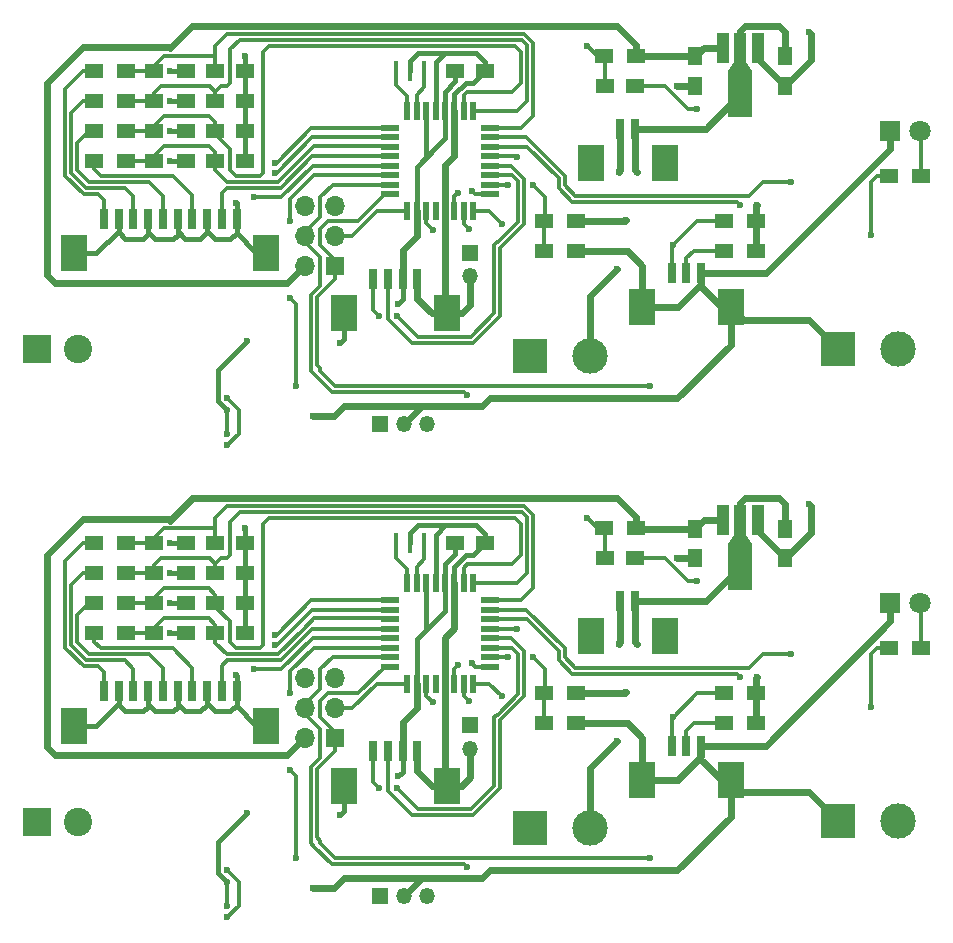
<source format=gtl>
%MOIN*%
%OFA0B0*%
%FSLAX46Y46*%
%IPPOS*%
%LPD*%
%ADD10C,0.0039370078740157488*%
%ADD11R,0.053149606299212608X0.053149606299212608*%
%ADD12O,0.053149606299212608X0.053149606299212608*%
%ADD13R,0.11811023622047245X0.11811023622047245*%
%ADD14C,0.11811023622047245*%
%ADD15R,0.094488188976377951X0.094488188976377951*%
%ADD16C,0.094488188976377951*%
%ADD17R,0.062992125984251982X0.062992125984251982*%
%ADD18O,0.066929133858267723X0.066929133858267723*%
%ADD19R,0.049212598425196853X0.059055118110236227*%
%ADD20R,0.059055118110236227X0.049212598425196853*%
%ADD21R,0.059055118110236227X0.051181102362204731*%
%ADD22R,0.03937007874015748X0.0984251968503937*%
%ADD23R,0.07874015748031496X0.15748031496062992*%
%ADD24R,0.021653543307086617X0.062992125984251982*%
%ADD25R,0.062992125984251982X0.021653543307086617*%
%ADD26R,0.015748031496062995X0.070866141732283464*%
%ADD27R,0.031496062992125991X0.066929133858267723*%
%ADD28R,0.086614173228346469X0.12204724409448819*%
%ADD29R,0.070866141732283464X0.070866141732283464*%
%ADD30C,0.070866141732283464*%
%ADD31C,0.023622047244094488*%
%ADD32C,0.012000000000000002*%
%ADD33C,0.024000000000000004*%
%ADD34C,0.016*%
%ADD45C,0.0039370078740157488*%
%ADD46R,0.053149606299212608X0.053149606299212608*%
%ADD47O,0.053149606299212608X0.053149606299212608*%
%ADD48R,0.11811023622047245X0.11811023622047245*%
%ADD49C,0.11811023622047245*%
%ADD50R,0.094488188976377951X0.094488188976377951*%
%ADD51C,0.094488188976377951*%
%ADD52R,0.062992125984251982X0.062992125984251982*%
%ADD53O,0.066929133858267723X0.066929133858267723*%
%ADD54R,0.049212598425196853X0.059055118110236227*%
%ADD55R,0.059055118110236227X0.049212598425196853*%
%ADD56R,0.059055118110236227X0.051181102362204731*%
%ADD57R,0.03937007874015748X0.0984251968503937*%
%ADD58R,0.07874015748031496X0.15748031496062992*%
%ADD59R,0.021653543307086617X0.062992125984251982*%
%ADD60R,0.062992125984251982X0.021653543307086617*%
%ADD61R,0.015748031496062995X0.070866141732283464*%
%ADD62R,0.031496062992125991X0.066929133858267723*%
%ADD63R,0.086614173228346469X0.12204724409448819*%
%ADD64R,0.070866141732283464X0.070866141732283464*%
%ADD65C,0.070866141732283464*%
%ADD66C,0.023622047244094488*%
%ADD67C,0.012000000000000002*%
%ADD68C,0.024000000000000004*%
%ADD69C,0.016*%
%LPD*%
G01*
D10*
D11*
X-0005157401Y0004896259D02*
X0001262598Y0000146259D03*
D12*
X0001341338Y0000146259D03*
X0001420078Y0000146259D03*
D13*
X0001762598Y0000371259D03*
D14*
X0001962598Y0000371259D03*
D15*
X0000118110Y0000393700D03*
D16*
X0000255905Y0000393700D03*
D17*
X0001112598Y0000671259D03*
D18*
X0001012598Y0000671259D03*
X0001112598Y0000771259D03*
X0001012598Y0000771259D03*
X0001112598Y0000871259D03*
X0001012598Y0000871259D03*
D11*
X0001562598Y0000716259D03*
D12*
X0001562598Y0000637519D03*
D13*
X0002787598Y0000396259D03*
D14*
X0002987598Y0000396259D03*
D19*
X0002612598Y0001370472D03*
X0002612598Y0001272047D03*
X0002312598Y0001370472D03*
X0002312598Y0001272047D03*
D20*
X0001513385Y0001321259D03*
X0001611810Y0001321259D03*
X0000713385Y0001321259D03*
X0000811810Y0001321259D03*
X0000713385Y0001221259D03*
X0000811810Y0001221259D03*
X0000713385Y0001021259D03*
X0000811810Y0001021259D03*
X0002111810Y0001271259D03*
X0002013385Y0001271259D03*
X0000713385Y0001121259D03*
X0000811810Y0001121259D03*
D21*
X0002959448Y0000971259D03*
X0003065747Y0000971259D03*
X0000509448Y0001321259D03*
X0000615747Y0001321259D03*
X0000309448Y0001321259D03*
X0000415747Y0001321259D03*
X0000509448Y0001221259D03*
X0000615747Y0001221259D03*
X0000309448Y0001221259D03*
X0000415747Y0001221259D03*
X0001809448Y0000821259D03*
X0001915747Y0000821259D03*
X0000509448Y0001021259D03*
X0000615747Y0001021259D03*
X0000309448Y0001021259D03*
X0000415747Y0001021259D03*
X0001809448Y0000721259D03*
X0001915747Y0000721259D03*
X0002009448Y0001371259D03*
X0002115747Y0001371259D03*
X0000309448Y0001121259D03*
X0000415747Y0001121259D03*
X0000509448Y0001121259D03*
X0000615747Y0001121259D03*
X0002515747Y0000821259D03*
X0002409448Y0000821259D03*
X0002515747Y0000721259D03*
X0002409448Y0000721259D03*
D22*
X0002521653Y0001399212D03*
X0002462598Y0001399212D03*
X0002403543Y0001399212D03*
D23*
X0002462598Y0001243306D03*
D10*
G36*
X0002423228Y0001321062D02*
X0002442913Y0001350590D01*
X0002482283Y0001350590D01*
X0002501968Y0001321062D01*
X0002423228Y0001321062D01*
X0002423228Y0001321062D01*
G37*
D24*
X0001572834Y0001188582D03*
X0001541338Y0001188582D03*
X0001509842Y0001188582D03*
X0001478346Y0001188582D03*
X0001446850Y0001188582D03*
X0001415354Y0001188582D03*
X0001383858Y0001188582D03*
X0001352362Y0001188582D03*
D25*
X0001295275Y0001131495D03*
X0001295275Y0001099999D03*
X0001295275Y0001068503D03*
X0001295275Y0001037007D03*
X0001295275Y0001005511D03*
X0001295275Y0000974015D03*
X0001295275Y0000942519D03*
X0001295275Y0000911023D03*
D24*
X0001352362Y0000853936D03*
X0001383858Y0000853936D03*
X0001415354Y0000853936D03*
X0001446850Y0000853936D03*
X0001478346Y0000853936D03*
X0001509842Y0000853936D03*
X0001541338Y0000853936D03*
X0001572834Y0000853936D03*
D25*
X0001629921Y0000911023D03*
X0001629921Y0000942519D03*
X0001629921Y0000974015D03*
X0001629921Y0001005511D03*
X0001629921Y0001037007D03*
X0001629921Y0001068503D03*
X0001629921Y0001099999D03*
X0001629921Y0001131495D03*
D26*
X0001315354Y0001321259D03*
X0001362598Y0001321259D03*
X0001409842Y0001321259D03*
D27*
X0001238779Y0000628346D03*
X0001287992Y0000628346D03*
X0001337204Y0000628346D03*
X0001386417Y0000628346D03*
D28*
X0001140354Y0000514173D03*
X0001484842Y0000514173D03*
D27*
X0002062992Y0001128346D03*
X0002112204Y0001128346D03*
D28*
X0001964566Y0001014173D03*
X0002210629Y0001014173D03*
D27*
X0002234251Y0000647637D03*
X0002283464Y0000647637D03*
X0002332677Y0000647637D03*
D28*
X0002135826Y0000533464D03*
X0002431102Y0000533464D03*
D27*
X0000341141Y0000828346D03*
X0000390354Y0000828346D03*
X0000439566Y0000828346D03*
X0000488779Y0000828346D03*
X0000537992Y0000828346D03*
X0000587204Y0000828346D03*
X0000636417Y0000828346D03*
X0000685629Y0000828346D03*
X0000734842Y0000828346D03*
X0000784055Y0000828346D03*
D28*
X0000242716Y0000714173D03*
X0000882480Y0000714173D03*
D29*
X0002962598Y0001121259D03*
D30*
X0003062598Y0001121259D03*
D31*
X0001952598Y0001406259D03*
X0001717598Y0001036259D03*
X0001037598Y0000171259D03*
X0002692598Y0001451259D03*
X0001127598Y0000416259D03*
X0002252598Y0001271259D03*
X0000782598Y0000881259D03*
X0000812598Y0001371259D03*
X0001557598Y0000796259D03*
X0002237598Y0000741259D03*
X0001667598Y0000811259D03*
X0001567598Y0000921259D03*
X0001772598Y0000941259D03*
X0001687598Y0000941259D03*
X0001257598Y0000506259D03*
X0001317598Y0000506259D03*
X0000842598Y0000901259D03*
X0000912598Y0000981259D03*
X0000752598Y0000231259D03*
X0000752598Y0000076259D03*
X0000817598Y0000421259D03*
X0000912598Y0001016259D03*
X0000752598Y0000111259D03*
X0000752598Y0000191259D03*
X0002897598Y0000776259D03*
X0002162598Y0000271259D03*
X0002237598Y0001370472D03*
X0001322598Y0000546259D03*
X0002517598Y0000876259D03*
X0000562598Y0001401259D03*
X0000562598Y0001321259D03*
X0000562598Y0001221259D03*
X0000562598Y0001121259D03*
X0000562598Y0001021259D03*
X0001552598Y0000241259D03*
X0000962598Y0000566259D03*
X0000962598Y0000821259D03*
X0000982598Y0000271259D03*
X0002462598Y0000876259D03*
X0002632598Y0000951259D03*
X0002117598Y0000986259D03*
X0002082598Y0000826259D03*
X0002317598Y0001196259D03*
X0002057598Y0000986259D03*
X0002052598Y0000661259D03*
X0001437598Y0000791259D03*
X0001522598Y0000916259D03*
D32*
X0001952598Y0001406259D02*
X0001987598Y0001371259D01*
X0001987598Y0001371259D02*
X0002009448Y0001371259D01*
X0002013385Y0001271259D02*
X0002013385Y0001367322D01*
X0002013385Y0001367322D02*
X0002009448Y0001371259D01*
X0001629921Y0001037007D02*
X0001716850Y0001037007D01*
X0001716850Y0001037007D02*
X0001717598Y0001036259D01*
D33*
X0001457598Y0000206259D02*
X0001401338Y0000206259D01*
X0001401338Y0000206259D02*
X0001341338Y0000146259D01*
X0002431102Y0000533464D02*
X0002431102Y0000409763D01*
X0001107598Y0000171259D02*
X0001037598Y0000171259D01*
X0001142598Y0000206259D02*
X0001107598Y0000171259D01*
X0001602598Y0000206259D02*
X0001457598Y0000206259D01*
X0001457598Y0000206259D02*
X0001142598Y0000206259D01*
X0001627598Y0000231259D02*
X0001602598Y0000206259D01*
X0002252598Y0000231259D02*
X0001627598Y0000231259D01*
X0002431102Y0000409763D02*
X0002252598Y0000231259D01*
X0002332677Y0000647637D02*
X0002548976Y0000647637D01*
X0002962598Y0001061259D02*
X0002962598Y0001121259D01*
X0002548976Y0000647637D02*
X0002962598Y0001061259D01*
X0001484842Y0000514173D02*
X0001535511Y0000514173D01*
X0001535511Y0000514173D02*
X0001562598Y0000541259D01*
X0001562598Y0000541259D02*
X0001562598Y0000637519D01*
X0002135826Y0000533464D02*
X0002135826Y0000673031D01*
X0002087598Y0000721259D02*
X0001915747Y0000721259D01*
X0002135826Y0000673031D02*
X0002087598Y0000721259D01*
X0002697598Y0001357047D02*
X0002612598Y0001272047D01*
X0002692598Y0001451259D02*
X0002697598Y0001446259D01*
X0002697598Y0001446259D02*
X0002697598Y0001357047D01*
D34*
X0001140354Y0000429015D02*
X0001140354Y0000514173D01*
X0001127598Y0000416259D02*
X0001140354Y0000429015D01*
X0001446850Y0001188582D02*
X0001446850Y0001350511D01*
X0001446850Y0001350511D02*
X0001477598Y0001381259D01*
X0001362598Y0001321259D02*
X0001362598Y0001356259D01*
X0001362598Y0001356259D02*
X0001387598Y0001381259D01*
X0001387598Y0001381259D02*
X0001477598Y0001381259D01*
X0001477598Y0001381259D02*
X0001582598Y0001381259D01*
X0001582598Y0001381259D02*
X0001611810Y0001352047D01*
X0001611810Y0001352047D02*
X0001611810Y0001321259D01*
X0001509842Y0001188582D02*
X0001509842Y0001243503D01*
X0001571810Y0001281259D02*
X0001611810Y0001321259D01*
X0001547598Y0001281259D02*
X0001571810Y0001281259D01*
X0001509842Y0001243503D02*
X0001547598Y0001281259D01*
D33*
X0001478346Y0000853936D02*
X0001478346Y0001007007D01*
X0001509842Y0001038503D02*
X0001509842Y0001188582D01*
X0001478346Y0001007007D02*
X0001509842Y0001038503D01*
X0001386417Y0000628346D02*
X0001386417Y0000562440D01*
X0001434684Y0000514173D02*
X0001484842Y0000514173D01*
X0001386417Y0000562440D02*
X0001434684Y0000514173D01*
X0001478346Y0000853936D02*
X0001478346Y0000520669D01*
X0001478346Y0000520669D02*
X0001484842Y0000514173D01*
X0002253385Y0001272047D02*
X0002312598Y0001272047D01*
X0002252598Y0001271259D02*
X0002253385Y0001272047D01*
X0002521653Y0001399212D02*
X0002521653Y0001362992D01*
X0002521653Y0001362992D02*
X0002612598Y0001272047D01*
D34*
X0000784055Y0000828346D02*
X0000784055Y0000879803D01*
X0000784055Y0000879803D02*
X0000782598Y0000881259D01*
X0000811810Y0001370472D02*
X0000811810Y0001321259D01*
X0000812598Y0001371259D02*
X0000811810Y0001370472D01*
X0000390354Y0000828346D02*
X0000390354Y0000789015D01*
X0000315511Y0000714173D02*
X0000242716Y0000714173D01*
X0000390354Y0000789015D02*
X0000315511Y0000714173D01*
X0000784055Y0000828346D02*
X0000784055Y0000779803D01*
X0000784055Y0000779803D02*
X0000849684Y0000714173D01*
X0000849684Y0000714173D02*
X0000882480Y0000714173D01*
X0000685629Y0000828346D02*
X0000685629Y0000788228D01*
X0000784055Y0000782716D02*
X0000784055Y0000828346D01*
X0000762598Y0000761259D02*
X0000784055Y0000782716D01*
X0000712598Y0000761259D02*
X0000762598Y0000761259D01*
X0000685629Y0000788228D02*
X0000712598Y0000761259D01*
X0000587204Y0000828346D02*
X0000587204Y0000786653D01*
X0000685629Y0000784291D02*
X0000685629Y0000828346D01*
X0000662598Y0000761259D02*
X0000685629Y0000784291D01*
X0000612598Y0000761259D02*
X0000662598Y0000761259D01*
X0000587204Y0000786653D02*
X0000612598Y0000761259D01*
X0000488779Y0000828346D02*
X0000488779Y0000785078D01*
X0000587204Y0000775866D02*
X0000587204Y0000828346D01*
X0000572598Y0000761259D02*
X0000587204Y0000775866D01*
X0000512598Y0000761259D02*
X0000572598Y0000761259D01*
X0000488779Y0000785078D02*
X0000512598Y0000761259D01*
X0000390354Y0000828346D02*
X0000390354Y0000783503D01*
X0000488779Y0000777440D02*
X0000488779Y0000828346D01*
X0000472598Y0000761259D02*
X0000488779Y0000777440D01*
X0000412598Y0000761259D02*
X0000472598Y0000761259D01*
X0000390354Y0000783503D02*
X0000412598Y0000761259D01*
X0000811810Y0001221259D02*
X0000811810Y0001321259D01*
X0000811810Y0001121259D02*
X0000811810Y0001221259D01*
X0000811810Y0001021259D02*
X0000811810Y0001121259D01*
D33*
X0002135826Y0000533464D02*
X0002124803Y0000533464D01*
X0002254803Y0000533464D02*
X0002135826Y0000533464D01*
X0002332677Y0000611338D02*
X0002254803Y0000533464D01*
X0002431102Y0000533464D02*
X0002400393Y0000533464D01*
X0002400393Y0000533464D02*
X0002332677Y0000601180D01*
X0002787598Y0000396259D02*
X0002692598Y0000491259D01*
X0002692598Y0000491259D02*
X0002473307Y0000491259D01*
X0002473307Y0000491259D02*
X0002431102Y0000533464D01*
D32*
X0001541338Y0000812519D02*
X0001557598Y0000796259D01*
X0001541338Y0000853936D02*
X0001541338Y0000812519D01*
X0001572834Y0000853936D02*
X0001624921Y0000853936D01*
X0001624921Y0000853936D02*
X0001667598Y0000811259D01*
X0002237598Y0000741259D02*
X0002234251Y0000737913D01*
X0001665275Y0000808936D02*
X0001667598Y0000811259D01*
X0002234251Y0000647637D02*
X0002234251Y0000737913D01*
X0002317598Y0000821259D02*
X0002409448Y0000821259D01*
X0002234251Y0000737913D02*
X0002317598Y0000821259D01*
X0001629921Y0000911023D02*
X0001577834Y0000911023D01*
X0001577834Y0000911023D02*
X0001567598Y0000921259D01*
X0001629921Y0000942519D02*
X0001686338Y0000942519D01*
X0001812598Y0000901259D02*
X0001812598Y0000824409D01*
X0001772598Y0000941259D02*
X0001812598Y0000901259D01*
X0001686338Y0000942519D02*
X0001687598Y0000941259D01*
X0001812598Y0000824409D02*
X0001809448Y0000821259D01*
X0001809448Y0000721259D02*
X0001809448Y0000821259D01*
X0001654366Y0000751133D02*
X0001652472Y0000751133D01*
X0001701736Y0000974015D02*
X0001722598Y0000953153D01*
X0001722598Y0000953153D02*
X0001722598Y0000819365D01*
X0001722598Y0000819365D02*
X0001654366Y0000751133D01*
X0001629921Y0000974015D02*
X0001701736Y0000974015D01*
X0001238779Y0000525078D02*
X0001238779Y0000628346D01*
X0001257598Y0000506259D02*
X0001238779Y0000525078D01*
X0001387598Y0000436259D02*
X0001317598Y0000506259D01*
X0001564492Y0000436259D02*
X0001387598Y0000436259D01*
X0001642724Y0000514491D02*
X0001564492Y0000436259D01*
X0001642724Y0000741385D02*
X0001642724Y0000514491D01*
X0001652472Y0000751133D02*
X0001642724Y0000741385D01*
X0001662598Y0000731259D02*
X0001662598Y0000506259D01*
X0001629921Y0001005511D02*
X0001698346Y0001005511D01*
X0001698346Y0001005511D02*
X0001742598Y0000961259D01*
X0001742598Y0000961259D02*
X0001742598Y0000811259D01*
X0001742598Y0000811259D02*
X0001662598Y0000731259D01*
X0001287992Y0000495866D02*
X0001287992Y0000628346D01*
X0001367598Y0000416259D02*
X0001287992Y0000495866D01*
X0001572598Y0000416259D02*
X0001367598Y0000416259D01*
X0001662598Y0000506259D02*
X0001572598Y0000416259D01*
X0001295275Y0001005511D02*
X0001036850Y0001005511D01*
X0000932598Y0000901259D02*
X0000842598Y0000901259D01*
X0001036850Y0001005511D02*
X0000932598Y0000901259D01*
X0000734842Y0000828346D02*
X0000734842Y0000913629D01*
X0001036452Y0001037007D02*
X0001295275Y0001037007D01*
X0000930704Y0000931259D02*
X0001036452Y0001037007D01*
X0000752472Y0000931259D02*
X0000930704Y0000931259D01*
X0000734842Y0000913629D02*
X0000752472Y0000931259D01*
X0000509448Y0001021259D02*
X0000509448Y0001038110D01*
X0000509448Y0001038110D02*
X0000542598Y0001071259D01*
X0000713385Y0001050472D02*
X0000713385Y0001021259D01*
X0000692598Y0001071259D02*
X0000713385Y0001050472D01*
X0000542598Y0001071259D02*
X0000692598Y0001071259D01*
X0000415747Y0001021259D02*
X0000509448Y0001021259D01*
X0001008346Y0001037007D02*
X0001042598Y0001071259D01*
X0000713385Y0000990472D02*
X0000752598Y0000951259D01*
X0000713385Y0001021259D02*
X0000713385Y0000990472D01*
X0000752598Y0000951259D02*
X0000922598Y0000951259D01*
X0000922598Y0000951259D02*
X0001008346Y0001037007D01*
X0001042598Y0001071259D02*
X0001292519Y0001071259D01*
X0001292519Y0001071259D02*
X0001295275Y0001068503D01*
X0001036338Y0001099999D02*
X0000917598Y0000981259D01*
X0000917598Y0000981259D02*
X0000912598Y0000981259D01*
X0001295275Y0001099999D02*
X0001036338Y0001099999D01*
X0000792598Y0000191259D02*
X0000752598Y0000231259D01*
X0000792598Y0000111259D02*
X0000792598Y0000191259D01*
X0000752598Y0000076259D02*
X0000792598Y0000111259D01*
D34*
X0000817598Y0000421259D02*
X0000722598Y0000326259D01*
X0000722598Y0000326259D02*
X0000722598Y0000221259D01*
X0000752598Y0000191259D02*
X0000722598Y0000221259D01*
D32*
X0001032834Y0001131495D02*
X0000917598Y0001016259D01*
X0000917598Y0001016259D02*
X0000912598Y0001016259D01*
X0001032834Y0001131495D02*
X0001295275Y0001131495D01*
X0000752598Y0000191259D02*
X0000752598Y0000111259D01*
X0000872598Y0000981259D02*
X0000872598Y0001386259D01*
X0001541338Y0001188582D02*
X0001541338Y0001239999D01*
X0001552598Y0001251259D02*
X0001541338Y0001239999D01*
X0001702598Y0001251259D02*
X0001552598Y0001251259D01*
X0001732598Y0001281259D02*
X0001702598Y0001251259D01*
X0001732598Y0001385047D02*
X0001732598Y0001281259D01*
X0000862598Y0000971259D02*
X0000872598Y0000981259D01*
X0000782598Y0000971259D02*
X0000862598Y0000971259D01*
X0000762598Y0000991259D02*
X0000782598Y0000971259D01*
X0000762598Y0001061259D02*
X0000762598Y0000991259D01*
X0000762598Y0001061259D02*
X0000713385Y0001110472D01*
X0001712008Y0001405637D02*
X0001732598Y0001385047D01*
X0000891976Y0001405637D02*
X0001712008Y0001405637D01*
X0000872598Y0001386259D02*
X0000891976Y0001405637D01*
X0000509448Y0001121259D02*
X0000509448Y0001138110D01*
X0000509448Y0001138110D02*
X0000542598Y0001171259D01*
X0000713385Y0001150472D02*
X0000713385Y0001121259D01*
X0000692598Y0001171259D02*
X0000713385Y0001150472D01*
X0000542598Y0001171259D02*
X0000692598Y0001171259D01*
X0000415747Y0001121259D02*
X0000509448Y0001121259D01*
X0000713385Y0001121259D02*
X0000713385Y0001110472D01*
X0001752724Y0001393027D02*
X0001752724Y0001408027D01*
X0001752724Y0001221385D02*
X0001719921Y0001188582D01*
X0001752724Y0001393027D02*
X0001752724Y0001221385D01*
X0000762598Y0001281259D02*
X0000762598Y0001393153D01*
X0000752598Y0001271259D02*
X0000762598Y0001281259D01*
X0000732598Y0001271259D02*
X0000752598Y0001271259D01*
X0000713385Y0001252047D02*
X0000732598Y0001271259D01*
X0001719921Y0001188582D02*
X0001572834Y0001188582D01*
X0000794956Y0001425511D02*
X0000762598Y0001393153D01*
X0001735240Y0001425511D02*
X0000794956Y0001425511D01*
X0001752724Y0001408027D02*
X0001735240Y0001425511D01*
X0000509448Y0001221259D02*
X0000509448Y0001248110D01*
X0000694173Y0001271259D02*
X0000713385Y0001252047D01*
X0000532598Y0001271259D02*
X0000694173Y0001271259D01*
X0000509448Y0001248110D02*
X0000532598Y0001271259D01*
X0000415747Y0001221259D02*
X0000509448Y0001221259D01*
X0000713385Y0001221259D02*
X0000713385Y0001252047D01*
X0000712598Y0001371259D02*
X0000712598Y0001405385D01*
X0001772598Y0001401259D02*
X0001772598Y0001171259D01*
X0001772598Y0001171259D02*
X0001732834Y0001131495D01*
X0001732834Y0001131495D02*
X0001629921Y0001131495D01*
X0001772598Y0001416259D02*
X0001772598Y0001401259D01*
X0001743472Y0001445385D02*
X0001772598Y0001416259D01*
X0000752598Y0001445385D02*
X0001743472Y0001445385D01*
X0000712598Y0001405385D02*
X0000752598Y0001445385D01*
X0000509448Y0001321259D02*
X0000509448Y0001338110D01*
X0000509448Y0001338110D02*
X0000542598Y0001371259D01*
X0000542598Y0001371259D02*
X0000712598Y0001371259D01*
X0000712598Y0001371259D02*
X0000713385Y0001371259D01*
X0000415747Y0001321259D02*
X0000509448Y0001321259D01*
X0000713385Y0001321259D02*
X0000713385Y0001371259D01*
X0000713385Y0001371259D02*
X0000713385Y0001372047D01*
X0002959448Y0000971259D02*
X0002917598Y0000971259D01*
X0002897598Y0000951259D02*
X0002917598Y0000971259D01*
X0002897598Y0000776259D02*
X0002897598Y0000951259D01*
X0001112598Y0000771259D02*
X0001167598Y0000771259D01*
X0001250275Y0000853936D02*
X0001352362Y0000853936D01*
X0001167598Y0000771259D02*
X0001250275Y0000853936D01*
X0001512598Y0000271259D02*
X0002162598Y0000271259D01*
X0001062598Y0000331133D02*
X0001052472Y0000341259D01*
X0001052472Y0000341259D02*
X0001052472Y0000568027D01*
X0001052472Y0000568027D02*
X0001112598Y0000628153D01*
X0001112598Y0000671259D02*
X0001112598Y0000628153D01*
X0001112598Y0000271259D02*
X0001062598Y0000321259D01*
X0001512598Y0000271259D02*
X0001112598Y0000271259D01*
X0001062598Y0000321259D02*
X0001062598Y0000331133D01*
X0001062598Y0000796259D02*
X0001062598Y0000741259D01*
X0001087598Y0000821259D02*
X0001062598Y0000796259D01*
X0001189492Y0000821259D02*
X0001087598Y0000821259D01*
X0001279255Y0000911023D02*
X0001189492Y0000821259D01*
X0001062598Y0000741259D02*
X0001112598Y0000691259D01*
X0001112598Y0000691259D02*
X0001112598Y0000671259D01*
X0001295275Y0000911023D02*
X0001279255Y0000911023D01*
D33*
X0001012598Y0000671259D02*
X0001007598Y0000671259D01*
X0001007598Y0000671259D02*
X0000952598Y0000616259D01*
X0000272598Y0001401259D02*
X0000562598Y0001401259D01*
X0000152598Y0001281259D02*
X0000272598Y0001401259D01*
X0000152598Y0000641259D02*
X0000152598Y0001281259D01*
X0000177598Y0000616259D02*
X0000152598Y0000641259D01*
X0000952598Y0000616259D02*
X0000177598Y0000616259D01*
D34*
X0001337204Y0000560866D02*
X0001337204Y0000628346D01*
X0001322598Y0000546259D02*
X0001337204Y0000560866D01*
X0001415354Y0001188582D02*
X0001415354Y0001034015D01*
X0001415354Y0001034015D02*
X0001383858Y0001002519D01*
X0001383858Y0000853936D02*
X0001383858Y0001002519D01*
X0001478346Y0001097007D02*
X0001478346Y0001188582D01*
X0001383858Y0001002519D02*
X0001478346Y0001097007D01*
X0001478346Y0001188582D02*
X0001478346Y0001252007D01*
X0001478346Y0001252007D02*
X0001513385Y0001287047D01*
X0001513385Y0001287047D02*
X0001513385Y0001321259D01*
D33*
X0001383858Y0000853936D02*
X0001383858Y0000772519D01*
X0001337204Y0000725866D02*
X0001337204Y0000628346D01*
X0001383858Y0000772519D02*
X0001337204Y0000725866D01*
X0002515747Y0000821259D02*
X0002515747Y0000874409D01*
X0002515747Y0000874409D02*
X0002517598Y0000876259D01*
X0002403543Y0001399212D02*
X0002403543Y0001415314D01*
X0002515747Y0000721259D02*
X0002515747Y0000821259D01*
X0002115747Y0001371259D02*
X0002115747Y0001408110D01*
X0000562598Y0001397133D02*
X0000562598Y0001401259D01*
X0000636724Y0001471259D02*
X0000562598Y0001397133D01*
X0002052598Y0001471259D02*
X0000636724Y0001471259D01*
X0002115747Y0001408110D02*
X0002052598Y0001471259D01*
X0002312598Y0001370472D02*
X0002237598Y0001370472D01*
X0002237598Y0001370472D02*
X0002116535Y0001370472D01*
X0002116535Y0001370472D02*
X0002115747Y0001371259D01*
X0002403543Y0001399212D02*
X0002341338Y0001399212D01*
X0002341338Y0001399212D02*
X0002312598Y0001370472D01*
D34*
X0000615747Y0001321259D02*
X0000562598Y0001321259D01*
X0000615747Y0001221259D02*
X0000562598Y0001221259D01*
X0000615747Y0001121259D02*
X0000562598Y0001121259D01*
X0000615747Y0001021259D02*
X0000562598Y0001021259D01*
D32*
X0001032598Y0000321259D02*
X0001042724Y0000311133D01*
X0001552598Y0000241259D02*
X0001542598Y0000251259D01*
X0001542598Y0000251259D02*
X0001102598Y0000251259D01*
X0001102598Y0000251259D02*
X0001042724Y0000311133D01*
X0001012598Y0000771259D02*
X0001012598Y0000751259D01*
X0001012598Y0000751259D02*
X0001062598Y0000701259D01*
X0001032598Y0000576259D02*
X0001032598Y0000321259D01*
X0001062598Y0000606259D02*
X0001032598Y0000576259D01*
X0001062598Y0000701259D02*
X0001062598Y0000606259D01*
X0001205751Y0000942519D02*
X0001103858Y0000942519D01*
X0001295275Y0000942519D02*
X0001205751Y0000942519D01*
X0001062598Y0000836259D02*
X0001012598Y0000786259D01*
X0001062598Y0000901259D02*
X0001062598Y0000836259D01*
X0001103858Y0000942519D02*
X0001062598Y0000901259D01*
X0001012598Y0000786259D02*
X0001012598Y0000771259D01*
X0001295275Y0000974015D02*
X0001040354Y0000974015D01*
X0000982598Y0000546259D02*
X0000982598Y0000271259D01*
X0000962598Y0000566259D02*
X0000982598Y0000546259D01*
X0000962598Y0000896259D02*
X0000962598Y0000821259D01*
X0001040354Y0000974015D02*
X0000962598Y0000896259D01*
X0000982598Y0000271259D02*
X0000982598Y0000296133D01*
X0001629921Y0001068503D02*
X0001752248Y0001068503D01*
X0002452472Y0000886385D02*
X0002462598Y0000876259D01*
X0001902472Y0000886385D02*
X0002452472Y0000886385D01*
X0001857598Y0000931259D02*
X0001902472Y0000886385D01*
X0001857598Y0000963153D02*
X0001857598Y0000931259D01*
X0001752248Y0001068503D02*
X0001857598Y0000963153D01*
X0001629921Y0001099999D02*
X0001748858Y0001099999D01*
X0002537598Y0000951259D02*
X0002632598Y0000951259D01*
X0002492598Y0000906259D02*
X0002537598Y0000951259D01*
X0001912598Y0000906259D02*
X0002492598Y0000906259D01*
X0001877598Y0000941259D02*
X0001912598Y0000906259D01*
X0001877598Y0000971259D02*
X0001877598Y0000941259D01*
X0001748858Y0001099999D02*
X0001877598Y0000971259D01*
D33*
X0002112204Y0001128346D02*
X0002347637Y0001128346D01*
X0002347637Y0001128346D02*
X0002462598Y0001243306D01*
X0001915747Y0000821259D02*
X0002077598Y0000821259D01*
X0002112204Y0000991653D02*
X0002112204Y0001128346D01*
X0002117598Y0000986259D02*
X0002112204Y0000991653D01*
X0002077598Y0000821259D02*
X0002082598Y0000826259D01*
X0002462598Y0001335826D02*
X0002462598Y0001399212D01*
X0002462598Y0001399212D02*
X0002462598Y0001456259D01*
X0002612598Y0001451259D02*
X0002612598Y0001370472D01*
X0002592598Y0001471259D02*
X0002612598Y0001451259D01*
X0002477598Y0001471259D02*
X0002592598Y0001471259D01*
X0002462598Y0001456259D02*
X0002477598Y0001471259D01*
X0002462598Y0001243306D02*
X0002462598Y0001399212D01*
D32*
X0002111810Y0001271259D02*
X0002212598Y0001271259D01*
X0002287598Y0001196259D02*
X0002317598Y0001196259D01*
X0002212598Y0001271259D02*
X0002287598Y0001196259D01*
X0000341141Y0000828346D02*
X0000341141Y0000893094D01*
X0000272598Y0001321259D02*
X0000309448Y0001321259D01*
X0000212724Y0001261385D02*
X0000272598Y0001321259D01*
X0000212724Y0000973027D02*
X0000212724Y0001261385D01*
X0000274114Y0000911637D02*
X0000212724Y0000973027D01*
X0000322598Y0000911637D02*
X0000274114Y0000911637D01*
X0000341141Y0000893094D02*
X0000322598Y0000911637D01*
X0002283464Y0000647637D02*
X0002283464Y0000697125D01*
X0002307598Y0000721259D02*
X0002409448Y0000721259D01*
X0002283464Y0000697125D02*
X0002307598Y0000721259D01*
D33*
X0002062992Y0000991653D02*
X0002062992Y0001128346D01*
X0002057598Y0000986259D02*
X0002062992Y0000991653D01*
X0002052598Y0000661259D02*
X0002052598Y0000661259D01*
X0001962598Y0000371259D02*
X0001962598Y0000571259D01*
X0001962598Y0000571259D02*
X0002052598Y0000661259D01*
D32*
X0001383858Y0001188582D02*
X0001383858Y0001242519D01*
X0001409842Y0001268503D02*
X0001409842Y0001321259D01*
X0001383858Y0001242519D02*
X0001409842Y0001268503D01*
X0001352362Y0001188582D02*
X0001352362Y0001236495D01*
X0001315354Y0001273503D02*
X0001315354Y0001321259D01*
X0001352362Y0001236495D02*
X0001315354Y0001273503D01*
X0000439566Y0000828346D02*
X0000439566Y0000904291D01*
X0000272598Y0001221259D02*
X0000309448Y0001221259D01*
X0000232598Y0001181259D02*
X0000272598Y0001221259D01*
X0000232598Y0000981259D02*
X0000232598Y0001181259D01*
X0000282346Y0000931511D02*
X0000232598Y0000981259D01*
X0000412346Y0000931511D02*
X0000282346Y0000931511D01*
X0000439566Y0000904291D02*
X0000412346Y0000931511D01*
X0000252598Y0000991259D02*
X0000252598Y0001081259D01*
X0000537992Y0000905991D02*
X0000492598Y0000951385D01*
X0000492598Y0000951385D02*
X0000292472Y0000951385D01*
X0000292472Y0000951385D02*
X0000252598Y0000991259D01*
X0000537992Y0000828346D02*
X0000537992Y0000905991D01*
X0000252598Y0001081259D02*
X0000292598Y0001121259D01*
X0000292598Y0001121259D02*
X0000309448Y0001121259D01*
X0000636417Y0000828346D02*
X0000636417Y0000907440D01*
X0000309448Y0000994409D02*
X0000309448Y0001021259D01*
X0000332598Y0000971259D02*
X0000309448Y0000994409D01*
X0000572598Y0000971259D02*
X0000332598Y0000971259D01*
X0000636417Y0000907440D02*
X0000572598Y0000971259D01*
X0003065747Y0000971259D02*
X0003065747Y0001118110D01*
X0003065747Y0001118110D02*
X0003062598Y0001121259D01*
X0001415354Y0000853936D02*
X0001415354Y0000813503D01*
X0001415354Y0000813503D02*
X0001437598Y0000791259D01*
X0001509842Y0000853936D02*
X0001509842Y0000903503D01*
X0001509842Y0000903503D02*
X0001522598Y0000916259D01*
G04 next file*
%LPD*%
G04 #@! TF.FileFunction,Copper,L1,Top,Signal*
G04 Gerber Fmt 4.6, Leading zero omitted, Abs format (unit mm)*
G04 Created by KiCad (PCBNEW 4.0.7) date 08/08/19 18:58:54*
G01*
G04 APERTURE LIST*
G04 APERTURE END LIST*
D45*
D46*
X-0005157401Y0006471063D02*
X0001262598Y0001721063D03*
D47*
X0001341338Y0001721063D03*
X0001420078Y0001721063D03*
D48*
X0001762598Y0001946063D03*
D49*
X0001962598Y0001946063D03*
D50*
X0000118110Y0001968504D03*
D51*
X0000255905Y0001968504D03*
D52*
X0001112598Y0002246063D03*
D53*
X0001012598Y0002246063D03*
X0001112598Y0002346063D03*
X0001012598Y0002346063D03*
X0001112598Y0002446063D03*
X0001012598Y0002446063D03*
D46*
X0001562598Y0002291063D03*
D47*
X0001562598Y0002212323D03*
D48*
X0002787598Y0001971063D03*
D49*
X0002987598Y0001971063D03*
D54*
X0002612598Y0002945275D03*
X0002612598Y0002846850D03*
X0002312598Y0002945275D03*
X0002312598Y0002846850D03*
D55*
X0001513385Y0002896063D03*
X0001611810Y0002896063D03*
X0000713385Y0002896063D03*
X0000811810Y0002896063D03*
X0000713385Y0002796063D03*
X0000811810Y0002796063D03*
X0000713385Y0002596063D03*
X0000811810Y0002596063D03*
X0002111810Y0002846063D03*
X0002013385Y0002846063D03*
X0000713385Y0002696063D03*
X0000811810Y0002696063D03*
D56*
X0002959448Y0002546063D03*
X0003065747Y0002546063D03*
X0000509448Y0002896063D03*
X0000615747Y0002896063D03*
X0000309448Y0002896063D03*
X0000415747Y0002896063D03*
X0000509448Y0002796063D03*
X0000615747Y0002796063D03*
X0000309448Y0002796063D03*
X0000415747Y0002796063D03*
X0001809448Y0002396063D03*
X0001915747Y0002396063D03*
X0000509448Y0002596063D03*
X0000615747Y0002596063D03*
X0000309448Y0002596063D03*
X0000415747Y0002596063D03*
X0001809448Y0002296063D03*
X0001915747Y0002296063D03*
X0002009448Y0002946063D03*
X0002115747Y0002946063D03*
X0000309448Y0002696063D03*
X0000415747Y0002696063D03*
X0000509448Y0002696063D03*
X0000615747Y0002696063D03*
X0002515747Y0002396063D03*
X0002409448Y0002396063D03*
X0002515747Y0002296063D03*
X0002409448Y0002296063D03*
D57*
X0002521653Y0002974015D03*
X0002462598Y0002974015D03*
X0002403543Y0002974015D03*
D58*
X0002462598Y0002818110D03*
D45*
G36*
X0002423228Y0002895866D02*
X0002442913Y0002925393D01*
X0002482283Y0002925393D01*
X0002501968Y0002895866D01*
X0002423228Y0002895866D01*
X0002423228Y0002895866D01*
G37*
D59*
X0001572834Y0002763386D03*
X0001541338Y0002763386D03*
X0001509842Y0002763386D03*
X0001478346Y0002763386D03*
X0001446850Y0002763386D03*
X0001415354Y0002763386D03*
X0001383858Y0002763386D03*
X0001352362Y0002763386D03*
D60*
X0001295275Y0002706299D03*
X0001295275Y0002674803D03*
X0001295275Y0002643307D03*
X0001295275Y0002611811D03*
X0001295275Y0002580315D03*
X0001295275Y0002548819D03*
X0001295275Y0002517323D03*
X0001295275Y0002485826D03*
D59*
X0001352362Y0002428740D03*
X0001383858Y0002428740D03*
X0001415354Y0002428740D03*
X0001446850Y0002428740D03*
X0001478346Y0002428740D03*
X0001509842Y0002428740D03*
X0001541338Y0002428740D03*
X0001572834Y0002428740D03*
D60*
X0001629921Y0002485826D03*
X0001629921Y0002517323D03*
X0001629921Y0002548819D03*
X0001629921Y0002580315D03*
X0001629921Y0002611811D03*
X0001629921Y0002643307D03*
X0001629921Y0002674803D03*
X0001629921Y0002706299D03*
D61*
X0001315354Y0002896063D03*
X0001362598Y0002896063D03*
X0001409842Y0002896063D03*
D62*
X0001238779Y0002203149D03*
X0001287992Y0002203149D03*
X0001337204Y0002203149D03*
X0001386417Y0002203149D03*
D63*
X0001140354Y0002088976D03*
X0001484842Y0002088976D03*
D62*
X0002062992Y0002703149D03*
X0002112204Y0002703149D03*
D63*
X0001964566Y0002588976D03*
X0002210629Y0002588976D03*
D62*
X0002234251Y0002222441D03*
X0002283464Y0002222441D03*
X0002332677Y0002222441D03*
D63*
X0002135826Y0002108267D03*
X0002431102Y0002108267D03*
D62*
X0000341141Y0002403149D03*
X0000390354Y0002403149D03*
X0000439566Y0002403149D03*
X0000488779Y0002403149D03*
X0000537992Y0002403149D03*
X0000587204Y0002403149D03*
X0000636417Y0002403149D03*
X0000685629Y0002403149D03*
X0000734842Y0002403149D03*
X0000784055Y0002403149D03*
D63*
X0000242716Y0002288976D03*
X0000882480Y0002288976D03*
D64*
X0002962598Y0002696063D03*
D65*
X0003062598Y0002696063D03*
D66*
X0001952598Y0002981063D03*
X0001717598Y0002611063D03*
X0001037598Y0001746063D03*
X0002692598Y0003026063D03*
X0001127598Y0001991063D03*
X0002252598Y0002846063D03*
X0000782598Y0002456063D03*
X0000812598Y0002946063D03*
X0001557598Y0002371063D03*
X0002237598Y0002316063D03*
X0001667598Y0002386063D03*
X0001567598Y0002496063D03*
X0001772598Y0002516063D03*
X0001687598Y0002516063D03*
X0001257598Y0002081063D03*
X0001317598Y0002081063D03*
X0000842598Y0002476063D03*
X0000912598Y0002556063D03*
X0000752598Y0001806063D03*
X0000752598Y0001651063D03*
X0000817598Y0001996063D03*
X0000912598Y0002591063D03*
X0000752598Y0001686063D03*
X0000752598Y0001766063D03*
X0002897598Y0002351063D03*
X0002162598Y0001846063D03*
X0002237598Y0002945275D03*
X0001322598Y0002121063D03*
X0002517598Y0002451063D03*
X0000562598Y0002976063D03*
X0000562598Y0002896063D03*
X0000562598Y0002796063D03*
X0000562598Y0002696063D03*
X0000562598Y0002596063D03*
X0001552598Y0001816063D03*
X0000962598Y0002141063D03*
X0000962598Y0002396063D03*
X0000982598Y0001846063D03*
X0002462598Y0002451063D03*
X0002632598Y0002526063D03*
X0002117598Y0002561063D03*
X0002082598Y0002401063D03*
X0002317598Y0002771063D03*
X0002057598Y0002561063D03*
X0002052598Y0002236063D03*
X0001437598Y0002366063D03*
X0001522598Y0002491063D03*
D67*
X0001952598Y0002981063D02*
X0001987598Y0002946063D01*
X0001987598Y0002946063D02*
X0002009448Y0002946063D01*
X0002013385Y0002846063D02*
X0002013385Y0002942126D01*
X0002013385Y0002942126D02*
X0002009448Y0002946063D01*
X0001629921Y0002611811D02*
X0001716850Y0002611811D01*
X0001716850Y0002611811D02*
X0001717598Y0002611063D01*
D68*
X0001457598Y0001781063D02*
X0001401338Y0001781063D01*
X0001401338Y0001781063D02*
X0001341338Y0001721063D01*
X0002431102Y0002108267D02*
X0002431102Y0001984567D01*
X0001107598Y0001746063D02*
X0001037598Y0001746063D01*
X0001142598Y0001781063D02*
X0001107598Y0001746063D01*
X0001602598Y0001781063D02*
X0001457598Y0001781063D01*
X0001457598Y0001781063D02*
X0001142598Y0001781063D01*
X0001627598Y0001806063D02*
X0001602598Y0001781063D01*
X0002252598Y0001806063D02*
X0001627598Y0001806063D01*
X0002431102Y0001984567D02*
X0002252598Y0001806063D01*
X0002332677Y0002222441D02*
X0002548976Y0002222441D01*
X0002962598Y0002636063D02*
X0002962598Y0002696063D01*
X0002548976Y0002222441D02*
X0002962598Y0002636063D01*
X0001484842Y0002088976D02*
X0001535511Y0002088976D01*
X0001535511Y0002088976D02*
X0001562598Y0002116063D01*
X0001562598Y0002116063D02*
X0001562598Y0002212323D01*
X0002135826Y0002108267D02*
X0002135826Y0002247834D01*
X0002087598Y0002296063D02*
X0001915747Y0002296063D01*
X0002135826Y0002247834D02*
X0002087598Y0002296063D01*
X0002697598Y0002931850D02*
X0002612598Y0002846850D01*
X0002692598Y0003026063D02*
X0002697598Y0003021063D01*
X0002697598Y0003021063D02*
X0002697598Y0002931850D01*
D69*
X0001140354Y0002003819D02*
X0001140354Y0002088976D01*
X0001127598Y0001991063D02*
X0001140354Y0002003819D01*
X0001446850Y0002763386D02*
X0001446850Y0002925315D01*
X0001446850Y0002925315D02*
X0001477598Y0002956063D01*
X0001362598Y0002896063D02*
X0001362598Y0002931063D01*
X0001362598Y0002931063D02*
X0001387598Y0002956063D01*
X0001387598Y0002956063D02*
X0001477598Y0002956063D01*
X0001477598Y0002956063D02*
X0001582598Y0002956063D01*
X0001582598Y0002956063D02*
X0001611810Y0002926850D01*
X0001611810Y0002926850D02*
X0001611810Y0002896063D01*
X0001509842Y0002763386D02*
X0001509842Y0002818307D01*
X0001571810Y0002856063D02*
X0001611810Y0002896063D01*
X0001547598Y0002856063D02*
X0001571810Y0002856063D01*
X0001509842Y0002818307D02*
X0001547598Y0002856063D01*
D68*
X0001478346Y0002428740D02*
X0001478346Y0002581811D01*
X0001509842Y0002613307D02*
X0001509842Y0002763386D01*
X0001478346Y0002581811D02*
X0001509842Y0002613307D01*
X0001386417Y0002203149D02*
X0001386417Y0002137244D01*
X0001434684Y0002088976D02*
X0001484842Y0002088976D01*
X0001386417Y0002137244D02*
X0001434684Y0002088976D01*
X0001478346Y0002428740D02*
X0001478346Y0002095472D01*
X0001478346Y0002095472D02*
X0001484842Y0002088976D01*
X0002253385Y0002846850D02*
X0002312598Y0002846850D01*
X0002252598Y0002846063D02*
X0002253385Y0002846850D01*
X0002521653Y0002974015D02*
X0002521653Y0002937795D01*
X0002521653Y0002937795D02*
X0002612598Y0002846850D01*
D69*
X0000784055Y0002403149D02*
X0000784055Y0002454606D01*
X0000784055Y0002454606D02*
X0000782598Y0002456063D01*
X0000811810Y0002945275D02*
X0000811810Y0002896063D01*
X0000812598Y0002946063D02*
X0000811810Y0002945275D01*
X0000390354Y0002403149D02*
X0000390354Y0002363819D01*
X0000315511Y0002288976D02*
X0000242716Y0002288976D01*
X0000390354Y0002363819D02*
X0000315511Y0002288976D01*
X0000784055Y0002403149D02*
X0000784055Y0002354606D01*
X0000784055Y0002354606D02*
X0000849684Y0002288976D01*
X0000849684Y0002288976D02*
X0000882480Y0002288976D01*
X0000685629Y0002403149D02*
X0000685629Y0002363031D01*
X0000784055Y0002357519D02*
X0000784055Y0002403149D01*
X0000762598Y0002336063D02*
X0000784055Y0002357519D01*
X0000712598Y0002336063D02*
X0000762598Y0002336063D01*
X0000685629Y0002363031D02*
X0000712598Y0002336063D01*
X0000587204Y0002403149D02*
X0000587204Y0002361456D01*
X0000685629Y0002359094D02*
X0000685629Y0002403149D01*
X0000662598Y0002336063D02*
X0000685629Y0002359094D01*
X0000612598Y0002336063D02*
X0000662598Y0002336063D01*
X0000587204Y0002361456D02*
X0000612598Y0002336063D01*
X0000488779Y0002403149D02*
X0000488779Y0002359882D01*
X0000587204Y0002350669D02*
X0000587204Y0002403149D01*
X0000572598Y0002336063D02*
X0000587204Y0002350669D01*
X0000512598Y0002336063D02*
X0000572598Y0002336063D01*
X0000488779Y0002359882D02*
X0000512598Y0002336063D01*
X0000390354Y0002403149D02*
X0000390354Y0002358307D01*
X0000488779Y0002352244D02*
X0000488779Y0002403149D01*
X0000472598Y0002336063D02*
X0000488779Y0002352244D01*
X0000412598Y0002336063D02*
X0000472598Y0002336063D01*
X0000390354Y0002358307D02*
X0000412598Y0002336063D01*
X0000811810Y0002796063D02*
X0000811810Y0002896063D01*
X0000811810Y0002696063D02*
X0000811810Y0002796063D01*
X0000811810Y0002596063D02*
X0000811810Y0002696063D01*
D68*
X0002135826Y0002108267D02*
X0002124803Y0002108267D01*
X0002254803Y0002108267D02*
X0002135826Y0002108267D01*
X0002332677Y0002186141D02*
X0002254803Y0002108267D01*
X0002431102Y0002108267D02*
X0002400393Y0002108267D01*
X0002400393Y0002108267D02*
X0002332677Y0002175984D01*
X0002787598Y0001971063D02*
X0002692598Y0002066063D01*
X0002692598Y0002066063D02*
X0002473307Y0002066063D01*
X0002473307Y0002066063D02*
X0002431102Y0002108267D01*
D67*
X0001541338Y0002387323D02*
X0001557598Y0002371063D01*
X0001541338Y0002428740D02*
X0001541338Y0002387323D01*
X0001572834Y0002428740D02*
X0001624921Y0002428740D01*
X0001624921Y0002428740D02*
X0001667598Y0002386063D01*
X0002237598Y0002316063D02*
X0002234251Y0002312716D01*
X0001665275Y0002383740D02*
X0001667598Y0002386063D01*
X0002234251Y0002222441D02*
X0002234251Y0002312716D01*
X0002317598Y0002396063D02*
X0002409448Y0002396063D01*
X0002234251Y0002312716D02*
X0002317598Y0002396063D01*
X0001629921Y0002485826D02*
X0001577834Y0002485826D01*
X0001577834Y0002485826D02*
X0001567598Y0002496063D01*
X0001629921Y0002517323D02*
X0001686338Y0002517323D01*
X0001812598Y0002476063D02*
X0001812598Y0002399212D01*
X0001772598Y0002516063D02*
X0001812598Y0002476063D01*
X0001686338Y0002517323D02*
X0001687598Y0002516063D01*
X0001812598Y0002399212D02*
X0001809448Y0002396063D01*
X0001809448Y0002296063D02*
X0001809448Y0002396063D01*
X0001654366Y0002325937D02*
X0001652472Y0002325937D01*
X0001701736Y0002548819D02*
X0001722598Y0002527956D01*
X0001722598Y0002527956D02*
X0001722598Y0002394169D01*
X0001722598Y0002394169D02*
X0001654366Y0002325937D01*
X0001629921Y0002548819D02*
X0001701736Y0002548819D01*
X0001238779Y0002099882D02*
X0001238779Y0002203149D01*
X0001257598Y0002081063D02*
X0001238779Y0002099882D01*
X0001387598Y0002011063D02*
X0001317598Y0002081063D01*
X0001564492Y0002011063D02*
X0001387598Y0002011063D01*
X0001642724Y0002089295D02*
X0001564492Y0002011063D01*
X0001642724Y0002316189D02*
X0001642724Y0002089295D01*
X0001652472Y0002325937D02*
X0001642724Y0002316189D01*
X0001662598Y0002306063D02*
X0001662598Y0002081063D01*
X0001629921Y0002580315D02*
X0001698346Y0002580315D01*
X0001698346Y0002580315D02*
X0001742598Y0002536063D01*
X0001742598Y0002536063D02*
X0001742598Y0002386063D01*
X0001742598Y0002386063D02*
X0001662598Y0002306063D01*
X0001287992Y0002070669D02*
X0001287992Y0002203149D01*
X0001367598Y0001991063D02*
X0001287992Y0002070669D01*
X0001572598Y0001991063D02*
X0001367598Y0001991063D01*
X0001662598Y0002081063D02*
X0001572598Y0001991063D01*
X0001295275Y0002580315D02*
X0001036850Y0002580315D01*
X0000932598Y0002476063D02*
X0000842598Y0002476063D01*
X0001036850Y0002580315D02*
X0000932598Y0002476063D01*
X0000734842Y0002403149D02*
X0000734842Y0002488433D01*
X0001036452Y0002611811D02*
X0001295275Y0002611811D01*
X0000930704Y0002506063D02*
X0001036452Y0002611811D01*
X0000752472Y0002506063D02*
X0000930704Y0002506063D01*
X0000734842Y0002488433D02*
X0000752472Y0002506063D01*
X0000509448Y0002596063D02*
X0000509448Y0002612913D01*
X0000509448Y0002612913D02*
X0000542598Y0002646063D01*
X0000713385Y0002625275D02*
X0000713385Y0002596063D01*
X0000692598Y0002646063D02*
X0000713385Y0002625275D01*
X0000542598Y0002646063D02*
X0000692598Y0002646063D01*
X0000415747Y0002596063D02*
X0000509448Y0002596063D01*
X0001008346Y0002611811D02*
X0001042598Y0002646063D01*
X0000713385Y0002565275D02*
X0000752598Y0002526063D01*
X0000713385Y0002596063D02*
X0000713385Y0002565275D01*
X0000752598Y0002526063D02*
X0000922598Y0002526063D01*
X0000922598Y0002526063D02*
X0001008346Y0002611811D01*
X0001042598Y0002646063D02*
X0001292519Y0002646063D01*
X0001292519Y0002646063D02*
X0001295275Y0002643307D01*
X0001036338Y0002674803D02*
X0000917598Y0002556063D01*
X0000917598Y0002556063D02*
X0000912598Y0002556063D01*
X0001295275Y0002674803D02*
X0001036338Y0002674803D01*
X0000792598Y0001766063D02*
X0000752598Y0001806063D01*
X0000792598Y0001686063D02*
X0000792598Y0001766063D01*
X0000752598Y0001651063D02*
X0000792598Y0001686063D01*
D69*
X0000817598Y0001996063D02*
X0000722598Y0001901063D01*
X0000722598Y0001901063D02*
X0000722598Y0001796063D01*
X0000752598Y0001766063D02*
X0000722598Y0001796063D01*
D67*
X0001032834Y0002706299D02*
X0000917598Y0002591063D01*
X0000917598Y0002591063D02*
X0000912598Y0002591063D01*
X0001032834Y0002706299D02*
X0001295275Y0002706299D01*
X0000752598Y0001766063D02*
X0000752598Y0001686063D01*
X0000872598Y0002556063D02*
X0000872598Y0002961063D01*
X0001541338Y0002763386D02*
X0001541338Y0002814803D01*
X0001552598Y0002826063D02*
X0001541338Y0002814803D01*
X0001702598Y0002826063D02*
X0001552598Y0002826063D01*
X0001732598Y0002856063D02*
X0001702598Y0002826063D01*
X0001732598Y0002959850D02*
X0001732598Y0002856063D01*
X0000862598Y0002546063D02*
X0000872598Y0002556063D01*
X0000782598Y0002546063D02*
X0000862598Y0002546063D01*
X0000762598Y0002566063D02*
X0000782598Y0002546063D01*
X0000762598Y0002636063D02*
X0000762598Y0002566063D01*
X0000762598Y0002636063D02*
X0000713385Y0002685275D01*
X0001712008Y0002980440D02*
X0001732598Y0002959850D01*
X0000891976Y0002980440D02*
X0001712008Y0002980440D01*
X0000872598Y0002961063D02*
X0000891976Y0002980440D01*
X0000509448Y0002696063D02*
X0000509448Y0002712913D01*
X0000509448Y0002712913D02*
X0000542598Y0002746063D01*
X0000713385Y0002725275D02*
X0000713385Y0002696063D01*
X0000692598Y0002746063D02*
X0000713385Y0002725275D01*
X0000542598Y0002746063D02*
X0000692598Y0002746063D01*
X0000415747Y0002696063D02*
X0000509448Y0002696063D01*
X0000713385Y0002696063D02*
X0000713385Y0002685275D01*
X0001752724Y0002967831D02*
X0001752724Y0002982831D01*
X0001752724Y0002796189D02*
X0001719921Y0002763386D01*
X0001752724Y0002967831D02*
X0001752724Y0002796189D01*
X0000762598Y0002856063D02*
X0000762598Y0002967956D01*
X0000752598Y0002846063D02*
X0000762598Y0002856063D01*
X0000732598Y0002846063D02*
X0000752598Y0002846063D01*
X0000713385Y0002826850D02*
X0000732598Y0002846063D01*
X0001719921Y0002763386D02*
X0001572834Y0002763386D01*
X0000794956Y0003000315D02*
X0000762598Y0002967956D01*
X0001735240Y0003000315D02*
X0000794956Y0003000315D01*
X0001752724Y0002982831D02*
X0001735240Y0003000315D01*
X0000509448Y0002796063D02*
X0000509448Y0002822913D01*
X0000694173Y0002846063D02*
X0000713385Y0002826850D01*
X0000532598Y0002846063D02*
X0000694173Y0002846063D01*
X0000509448Y0002822913D02*
X0000532598Y0002846063D01*
X0000415747Y0002796063D02*
X0000509448Y0002796063D01*
X0000713385Y0002796063D02*
X0000713385Y0002826850D01*
X0000712598Y0002946063D02*
X0000712598Y0002980189D01*
X0001772598Y0002976063D02*
X0001772598Y0002746063D01*
X0001772598Y0002746063D02*
X0001732834Y0002706299D01*
X0001732834Y0002706299D02*
X0001629921Y0002706299D01*
X0001772598Y0002991063D02*
X0001772598Y0002976063D01*
X0001743472Y0003020189D02*
X0001772598Y0002991063D01*
X0000752598Y0003020189D02*
X0001743472Y0003020189D01*
X0000712598Y0002980189D02*
X0000752598Y0003020189D01*
X0000509448Y0002896063D02*
X0000509448Y0002912913D01*
X0000509448Y0002912913D02*
X0000542598Y0002946063D01*
X0000542598Y0002946063D02*
X0000712598Y0002946063D01*
X0000712598Y0002946063D02*
X0000713385Y0002946063D01*
X0000415747Y0002896063D02*
X0000509448Y0002896063D01*
X0000713385Y0002896063D02*
X0000713385Y0002946063D01*
X0000713385Y0002946063D02*
X0000713385Y0002946850D01*
X0002959448Y0002546063D02*
X0002917598Y0002546063D01*
X0002897598Y0002526063D02*
X0002917598Y0002546063D01*
X0002897598Y0002351063D02*
X0002897598Y0002526063D01*
X0001112598Y0002346063D02*
X0001167598Y0002346063D01*
X0001250275Y0002428740D02*
X0001352362Y0002428740D01*
X0001167598Y0002346063D02*
X0001250275Y0002428740D01*
X0001512598Y0001846063D02*
X0002162598Y0001846063D01*
X0001062598Y0001905937D02*
X0001052472Y0001916063D01*
X0001052472Y0001916063D02*
X0001052472Y0002142831D01*
X0001052472Y0002142831D02*
X0001112598Y0002202956D01*
X0001112598Y0002246063D02*
X0001112598Y0002202956D01*
X0001112598Y0001846063D02*
X0001062598Y0001896063D01*
X0001512598Y0001846063D02*
X0001112598Y0001846063D01*
X0001062598Y0001896063D02*
X0001062598Y0001905937D01*
X0001062598Y0002371063D02*
X0001062598Y0002316063D01*
X0001087598Y0002396063D02*
X0001062598Y0002371063D01*
X0001189492Y0002396063D02*
X0001087598Y0002396063D01*
X0001279255Y0002485826D02*
X0001189492Y0002396063D01*
X0001062598Y0002316063D02*
X0001112598Y0002266063D01*
X0001112598Y0002266063D02*
X0001112598Y0002246063D01*
X0001295275Y0002485826D02*
X0001279255Y0002485826D01*
D68*
X0001012598Y0002246063D02*
X0001007598Y0002246063D01*
X0001007598Y0002246063D02*
X0000952598Y0002191063D01*
X0000272598Y0002976063D02*
X0000562598Y0002976063D01*
X0000152598Y0002856063D02*
X0000272598Y0002976063D01*
X0000152598Y0002216063D02*
X0000152598Y0002856063D01*
X0000177598Y0002191063D02*
X0000152598Y0002216063D01*
X0000952598Y0002191063D02*
X0000177598Y0002191063D01*
D69*
X0001337204Y0002135669D02*
X0001337204Y0002203149D01*
X0001322598Y0002121063D02*
X0001337204Y0002135669D01*
X0001415354Y0002763386D02*
X0001415354Y0002608819D01*
X0001415354Y0002608819D02*
X0001383858Y0002577323D01*
X0001383858Y0002428740D02*
X0001383858Y0002577323D01*
X0001478346Y0002671811D02*
X0001478346Y0002763386D01*
X0001383858Y0002577323D02*
X0001478346Y0002671811D01*
X0001478346Y0002763386D02*
X0001478346Y0002826811D01*
X0001478346Y0002826811D02*
X0001513385Y0002861850D01*
X0001513385Y0002861850D02*
X0001513385Y0002896063D01*
D68*
X0001383858Y0002428740D02*
X0001383858Y0002347323D01*
X0001337204Y0002300669D02*
X0001337204Y0002203149D01*
X0001383858Y0002347323D02*
X0001337204Y0002300669D01*
X0002515747Y0002396063D02*
X0002515747Y0002449212D01*
X0002515747Y0002449212D02*
X0002517598Y0002451063D01*
X0002403543Y0002974015D02*
X0002403543Y0002990118D01*
X0002515747Y0002296063D02*
X0002515747Y0002396063D01*
X0002115747Y0002946063D02*
X0002115747Y0002982913D01*
X0000562598Y0002971937D02*
X0000562598Y0002976063D01*
X0000636724Y0003046063D02*
X0000562598Y0002971937D01*
X0002052598Y0003046063D02*
X0000636724Y0003046063D01*
X0002115747Y0002982913D02*
X0002052598Y0003046063D01*
X0002312598Y0002945275D02*
X0002237598Y0002945275D01*
X0002237598Y0002945275D02*
X0002116535Y0002945275D01*
X0002116535Y0002945275D02*
X0002115747Y0002946063D01*
X0002403543Y0002974015D02*
X0002341338Y0002974015D01*
X0002341338Y0002974015D02*
X0002312598Y0002945275D01*
D69*
X0000615747Y0002896063D02*
X0000562598Y0002896063D01*
X0000615747Y0002796063D02*
X0000562598Y0002796063D01*
X0000615747Y0002696063D02*
X0000562598Y0002696063D01*
X0000615747Y0002596063D02*
X0000562598Y0002596063D01*
D67*
X0001032598Y0001896063D02*
X0001042724Y0001885937D01*
X0001552598Y0001816063D02*
X0001542598Y0001826063D01*
X0001542598Y0001826063D02*
X0001102598Y0001826063D01*
X0001102598Y0001826063D02*
X0001042724Y0001885937D01*
X0001012598Y0002346063D02*
X0001012598Y0002326063D01*
X0001012598Y0002326063D02*
X0001062598Y0002276063D01*
X0001032598Y0002151063D02*
X0001032598Y0001896063D01*
X0001062598Y0002181063D02*
X0001032598Y0002151063D01*
X0001062598Y0002276063D02*
X0001062598Y0002181063D01*
X0001205751Y0002517323D02*
X0001103858Y0002517323D01*
X0001295275Y0002517323D02*
X0001205751Y0002517323D01*
X0001062598Y0002411063D02*
X0001012598Y0002361063D01*
X0001062598Y0002476063D02*
X0001062598Y0002411063D01*
X0001103858Y0002517323D02*
X0001062598Y0002476063D01*
X0001012598Y0002361063D02*
X0001012598Y0002346063D01*
X0001295275Y0002548819D02*
X0001040354Y0002548819D01*
X0000982598Y0002121063D02*
X0000982598Y0001846063D01*
X0000962598Y0002141063D02*
X0000982598Y0002121063D01*
X0000962598Y0002471063D02*
X0000962598Y0002396063D01*
X0001040354Y0002548819D02*
X0000962598Y0002471063D01*
X0000982598Y0001846063D02*
X0000982598Y0001870937D01*
X0001629921Y0002643307D02*
X0001752248Y0002643307D01*
X0002452472Y0002461189D02*
X0002462598Y0002451063D01*
X0001902472Y0002461189D02*
X0002452472Y0002461189D01*
X0001857598Y0002506063D02*
X0001902472Y0002461189D01*
X0001857598Y0002537956D02*
X0001857598Y0002506063D01*
X0001752248Y0002643307D02*
X0001857598Y0002537956D01*
X0001629921Y0002674803D02*
X0001748858Y0002674803D01*
X0002537598Y0002526063D02*
X0002632598Y0002526063D01*
X0002492598Y0002481063D02*
X0002537598Y0002526063D01*
X0001912598Y0002481063D02*
X0002492598Y0002481063D01*
X0001877598Y0002516063D02*
X0001912598Y0002481063D01*
X0001877598Y0002546063D02*
X0001877598Y0002516063D01*
X0001748858Y0002674803D02*
X0001877598Y0002546063D01*
D68*
X0002112204Y0002703149D02*
X0002347637Y0002703149D01*
X0002347637Y0002703149D02*
X0002462598Y0002818110D01*
X0001915747Y0002396063D02*
X0002077598Y0002396063D01*
X0002112204Y0002566456D02*
X0002112204Y0002703149D01*
X0002117598Y0002561063D02*
X0002112204Y0002566456D01*
X0002077598Y0002396063D02*
X0002082598Y0002401063D01*
X0002462598Y0002910630D02*
X0002462598Y0002974015D01*
X0002462598Y0002974015D02*
X0002462598Y0003031063D01*
X0002612598Y0003026063D02*
X0002612598Y0002945275D01*
X0002592598Y0003046063D02*
X0002612598Y0003026063D01*
X0002477598Y0003046063D02*
X0002592598Y0003046063D01*
X0002462598Y0003031063D02*
X0002477598Y0003046063D01*
X0002462598Y0002818110D02*
X0002462598Y0002974015D01*
D67*
X0002111810Y0002846063D02*
X0002212598Y0002846063D01*
X0002287598Y0002771063D02*
X0002317598Y0002771063D01*
X0002212598Y0002846063D02*
X0002287598Y0002771063D01*
X0000341141Y0002403149D02*
X0000341141Y0002467897D01*
X0000272598Y0002896063D02*
X0000309448Y0002896063D01*
X0000212724Y0002836189D02*
X0000272598Y0002896063D01*
X0000212724Y0002547831D02*
X0000212724Y0002836189D01*
X0000274114Y0002486440D02*
X0000212724Y0002547831D01*
X0000322598Y0002486440D02*
X0000274114Y0002486440D01*
X0000341141Y0002467897D02*
X0000322598Y0002486440D01*
X0002283464Y0002222441D02*
X0002283464Y0002271929D01*
X0002307598Y0002296063D02*
X0002409448Y0002296063D01*
X0002283464Y0002271929D02*
X0002307598Y0002296063D01*
D68*
X0002062992Y0002566456D02*
X0002062992Y0002703149D01*
X0002057598Y0002561063D02*
X0002062992Y0002566456D01*
X0002052598Y0002236063D02*
X0002052598Y0002236063D01*
X0001962598Y0001946063D02*
X0001962598Y0002146063D01*
X0001962598Y0002146063D02*
X0002052598Y0002236063D01*
D67*
X0001383858Y0002763386D02*
X0001383858Y0002817323D01*
X0001409842Y0002843307D02*
X0001409842Y0002896063D01*
X0001383858Y0002817323D02*
X0001409842Y0002843307D01*
X0001352362Y0002763386D02*
X0001352362Y0002811299D01*
X0001315354Y0002848307D02*
X0001315354Y0002896063D01*
X0001352362Y0002811299D02*
X0001315354Y0002848307D01*
X0000439566Y0002403149D02*
X0000439566Y0002479094D01*
X0000272598Y0002796063D02*
X0000309448Y0002796063D01*
X0000232598Y0002756063D02*
X0000272598Y0002796063D01*
X0000232598Y0002556063D02*
X0000232598Y0002756063D01*
X0000282346Y0002506315D02*
X0000232598Y0002556063D01*
X0000412346Y0002506315D02*
X0000282346Y0002506315D01*
X0000439566Y0002479094D02*
X0000412346Y0002506315D01*
X0000252598Y0002566063D02*
X0000252598Y0002656063D01*
X0000537992Y0002480795D02*
X0000492598Y0002526189D01*
X0000492598Y0002526189D02*
X0000292472Y0002526189D01*
X0000292472Y0002526189D02*
X0000252598Y0002566063D01*
X0000537992Y0002403149D02*
X0000537992Y0002480795D01*
X0000252598Y0002656063D02*
X0000292598Y0002696063D01*
X0000292598Y0002696063D02*
X0000309448Y0002696063D01*
X0000636417Y0002403149D02*
X0000636417Y0002482244D01*
X0000309448Y0002569212D02*
X0000309448Y0002596063D01*
X0000332598Y0002546063D02*
X0000309448Y0002569212D01*
X0000572598Y0002546063D02*
X0000332598Y0002546063D01*
X0000636417Y0002482244D02*
X0000572598Y0002546063D01*
X0003065747Y0002546063D02*
X0003065747Y0002692913D01*
X0003065747Y0002692913D02*
X0003062598Y0002696063D01*
X0001415354Y0002428740D02*
X0001415354Y0002388307D01*
X0001415354Y0002388307D02*
X0001437598Y0002366063D01*
X0001509842Y0002428740D02*
X0001509842Y0002478307D01*
X0001509842Y0002478307D02*
X0001522598Y0002491063D01*
M02*
</source>
